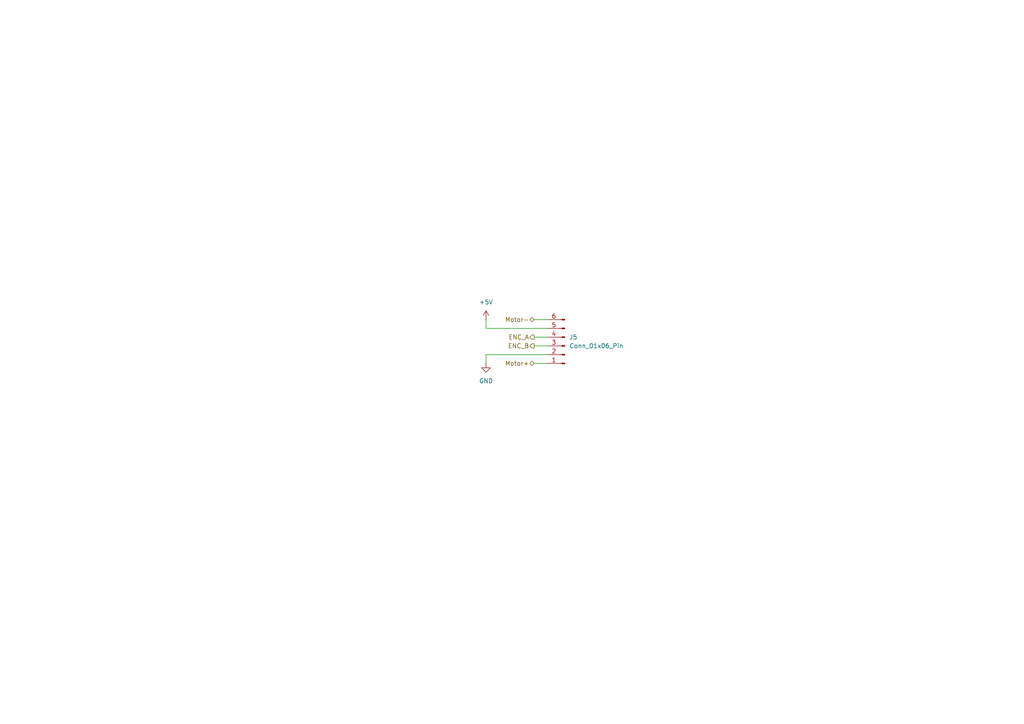
<source format=kicad_sch>
(kicad_sch (version 20250114) (generator "eeschema") (generator_version "9.0")
  (paper "A4")
  (lib_symbols
    (symbol "Connector:Conn_01x06_Pin" (pin_names (offset 1.016) (hide yes))
      (property "Reference" "J" (at 0 7.62 0))
      (property "Value" "Conn_01x06_Pin" (at 0 -10.16 0))
      (symbol "Conn_01x06_Pin_1_1"
        (rectangle (start 0.8636 5.207) (end 0 4.953) (stroke (width 0.1524)) (fill (type outline)))
        (rectangle (start 0.8636 2.667) (end 0 2.413) (stroke (width 0.1524)) (fill (type outline)))
        (rectangle (start 0.8636 0.127) (end 0 -0.127) (stroke (width 0.1524)) (fill (type outline)))
        (rectangle (start 0.8636 -2.413) (end 0 -2.667) (stroke (width 0.1524)) (fill (type outline)))
        (rectangle (start 0.8636 -4.953) (end 0 -5.207) (stroke (width 0.1524)) (fill (type outline)))
        (rectangle (start 0.8636 -7.493) (end 0 -7.747) (stroke (width 0.1524)) (fill (type outline)))
        (polyline (pts (xy 1.27 5.08) (xy 0.8636 5.08)) (stroke (width 0.1524)))
        (polyline (pts (xy 1.27 2.54) (xy 0.8636 2.54)) (stroke (width 0.1524)))
        (polyline (pts (xy 1.27 0) (xy 0.8636 0)) (stroke (width 0.1524)))
        (polyline (pts (xy 1.27 -2.54) (xy 0.8636 -2.54)) (stroke (width 0.1524)))
        (polyline (pts (xy 1.27 -5.08) (xy 0.8636 -5.08)) (stroke (width 0.1524)))
        (polyline (pts (xy 1.27 -7.62) (xy 0.8636 -7.62)) (stroke (width 0.1524)))
        (pin passive line (at 5.08 5.08 180) (length 3.81) (name "Pin_1") (number "1"))
        (pin passive line (at 5.08 2.54 180) (length 3.81) (name "Pin_2") (number "2"))
        (pin passive line (at 5.08 0 180) (length 3.81) (name "Pin_3") (number "3"))
        (pin passive line (at 5.08 -2.54 180) (length 3.81) (name "Pin_4") (number "4"))
        (pin passive line (at 5.08 -5.08 180) (length 3.81) (name "Pin_5") (number "5"))
        (pin passive line (at 5.08 -7.62 180) (length 3.81) (name "Pin_6") (number "6"))
      )
    )
    (symbol "power:+5V" (power) (pin_numbers (hide yes)) (pin_names (offset 0) (hide yes))
      (property "Value" "+5V" (at 0 3.556 0))
      (symbol "+5V_0_1"
        (polyline (pts (xy -0.762 1.27) (xy 0 2.54)))
        (polyline (pts (xy 0 2.54) (xy 0.762 1.27)))
        (polyline (pts (xy 0 0) (xy 0 2.54)))
      )
      (symbol "+5V_1_1"
        (pin power_in line (at 0 0 90) (length 0) (name "~") (number "1"))
      )
    )
    (symbol "power:GND" (power) (pin_numbers (hide yes)) (pin_names (offset 0) (hide yes))
      (property "Value" "GND" (at 0 -3.81 0))
      (symbol "GND_0_1"
        (polyline (pts (xy 0 0) (xy 0 -1.27) (xy 1.27 -1.27) (xy 0 -2.54) (xy -1.27 -1.27) (xy 0 -1.27)))
      )
      (symbol "GND_1_1"
        (pin power_in line (at 0 0 270) (length 0) (name "~") (number "1"))
      )
    )
  )
  (wire (pts (xy 154.94 97.79) (xy 158.75 97.79)))
  (wire (pts (xy 140.97 95.25) (xy 158.75 95.25)))
  (wire (pts (xy 154.94 105.41) (xy 158.75 105.41)))
  (wire (pts (xy 154.94 100.33) (xy 158.75 100.33)))
  (wire (pts (xy 140.97 92.71) (xy 140.97 95.25)))
  (wire (pts (xy 140.97 102.87) (xy 158.75 102.87)))
  (wire (pts (xy 140.97 105.41) (xy 140.97 102.87)))
  (wire (pts (xy 154.94 92.71) (xy 158.75 92.71)))
  (hierarchical_label "ENC_B" (shape output) (at 154.94 100.33 180))
  (hierarchical_label "ENC_A" (shape output) (at 154.94 97.79 180))
  (hierarchical_label "Motor-" (shape bidirectional) (at 154.94 92.71 180))
  (hierarchical_label "Motor+" (shape bidirectional) (at 154.94 105.41 180))
  (symbol (lib_id "power:GND") (at 140.97 105.41 0) (unit 1)
    (property "Reference" "#PWR017" (effects (hide yes)))
    (property "Value" "GND" (at 140.97 110.49 0))
    (property "Description" "Power symbol creates a global label with name \"GND\" , ground" (effects (hide yes)))
    (instances (project "MotorTreiber" (path "" (reference "#PWR017") (unit 1)) (path "" (reference "#PWR018") (unit 1)) (path "" (reference "#PWR021") (unit 1)) (path "" (reference "#PWR022") (unit 1))))
  )
  (symbol (lib_id "power:+5V") (at 140.97 92.71 0) (unit 1)
    (property "Reference" "#PWR015" (effects (hide yes)))
    (property "Value" "+5V" (at 140.97 87.63 0))
    (property "Description" "Power symbol creates a global label with name \"+5V\"" (effects (hide yes)))
    (instances (project "MotorTreiber" (path "" (reference "#PWR015") (unit 1)) (path "" (reference "#PWR016") (unit 1)) (path "" (reference "#PWR019") (unit 1)) (path "" (reference "#PWR020") (unit 1))))
  )
  (symbol (lib_id "Connector:Conn_01x06_Pin") (at 163.83 100.33 180) (unit 1)
    (property "Reference" "J5" (at 165.1 97.7899 0) (effects (justify right)))
    (property "Value" "Conn_01x06_Pin" (at 165.1 100.3299 0) (effects (justify right)))
    (property "Footprint" "Connector_PinSocket_2.54mm:PinSocket_1x06_P2.54mm_Vertical" (effects (hide yes)))
    (property "Description" "Generic connector, single row, 01x06, script generated" (effects (hide yes)))
    (instances (project "MotorTreiber" (path "" (reference "J5") (unit 1)) (path "" (reference "J6") (unit 1)) (path "" (reference "J7") (unit 1)) (path "" (reference "J8") (unit 1))))
  )
)
</source>
